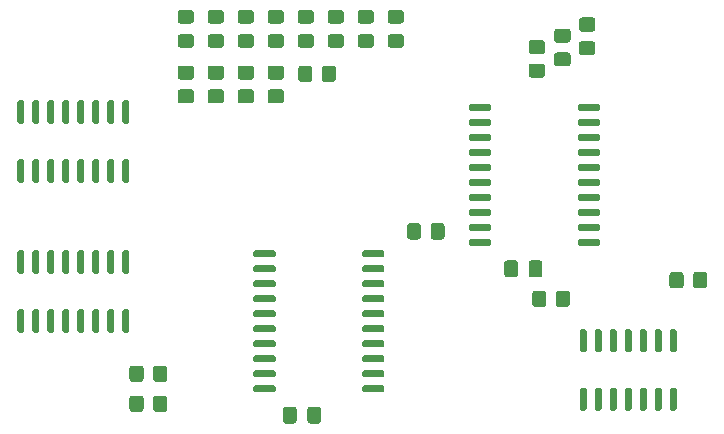
<source format=gbr>
%TF.GenerationSoftware,KiCad,Pcbnew,(5.1.8)-1*%
%TF.CreationDate,2025-01-07T13:33:42+03:00*%
%TF.ProjectId,Reg,5265672e-6b69-4636-9164-5f7063625858,rev?*%
%TF.SameCoordinates,Original*%
%TF.FileFunction,Paste,Top*%
%TF.FilePolarity,Positive*%
%FSLAX46Y46*%
G04 Gerber Fmt 4.6, Leading zero omitted, Abs format (unit mm)*
G04 Created by KiCad (PCBNEW (5.1.8)-1) date 2025-01-07 13:33:42*
%MOMM*%
%LPD*%
G01*
G04 APERTURE LIST*
G04 APERTURE END LIST*
%TO.C,R1*%
G36*
G01*
X98190000Y-33787501D02*
X98190000Y-32887499D01*
G75*
G02*
X98439999Y-32637500I249999J0D01*
G01*
X99140001Y-32637500D01*
G75*
G02*
X99390000Y-32887499I0J-249999D01*
G01*
X99390000Y-33787501D01*
G75*
G02*
X99140001Y-34037500I-249999J0D01*
G01*
X98439999Y-34037500D01*
G75*
G02*
X98190000Y-33787501I0J249999D01*
G01*
G37*
G36*
G01*
X96190000Y-33787501D02*
X96190000Y-32887499D01*
G75*
G02*
X96439999Y-32637500I249999J0D01*
G01*
X97140001Y-32637500D01*
G75*
G02*
X97390000Y-32887499I0J-249999D01*
G01*
X97390000Y-33787501D01*
G75*
G02*
X97140001Y-34037500I-249999J0D01*
G01*
X96439999Y-34037500D01*
G75*
G02*
X96190000Y-33787501I0J249999D01*
G01*
G37*
%TD*%
%TO.C,C4*%
G36*
G01*
X106495000Y-36987500D02*
X106495000Y-36037500D01*
G75*
G02*
X106745000Y-35787500I250000J0D01*
G01*
X107420000Y-35787500D01*
G75*
G02*
X107670000Y-36037500I0J-250000D01*
G01*
X107670000Y-36987500D01*
G75*
G02*
X107420000Y-37237500I-250000J0D01*
G01*
X106745000Y-37237500D01*
G75*
G02*
X106495000Y-36987500I0J250000D01*
G01*
G37*
G36*
G01*
X104420000Y-36987500D02*
X104420000Y-36037500D01*
G75*
G02*
X104670000Y-35787500I250000J0D01*
G01*
X105345000Y-35787500D01*
G75*
G02*
X105595000Y-36037500I0J-250000D01*
G01*
X105595000Y-36987500D01*
G75*
G02*
X105345000Y-37237500I-250000J0D01*
G01*
X104670000Y-37237500D01*
G75*
G02*
X104420000Y-36987500I0J250000D01*
G01*
G37*
%TD*%
%TO.C,U5*%
G36*
G01*
X103347500Y-34140000D02*
X103347500Y-34440000D01*
G75*
G02*
X103197500Y-34590000I-150000J0D01*
G01*
X101597500Y-34590000D01*
G75*
G02*
X101447500Y-34440000I0J150000D01*
G01*
X101447500Y-34140000D01*
G75*
G02*
X101597500Y-33990000I150000J0D01*
G01*
X103197500Y-33990000D01*
G75*
G02*
X103347500Y-34140000I0J-150000D01*
G01*
G37*
G36*
G01*
X103347500Y-32870000D02*
X103347500Y-33170000D01*
G75*
G02*
X103197500Y-33320000I-150000J0D01*
G01*
X101597500Y-33320000D01*
G75*
G02*
X101447500Y-33170000I0J150000D01*
G01*
X101447500Y-32870000D01*
G75*
G02*
X101597500Y-32720000I150000J0D01*
G01*
X103197500Y-32720000D01*
G75*
G02*
X103347500Y-32870000I0J-150000D01*
G01*
G37*
G36*
G01*
X103347500Y-31600000D02*
X103347500Y-31900000D01*
G75*
G02*
X103197500Y-32050000I-150000J0D01*
G01*
X101597500Y-32050000D01*
G75*
G02*
X101447500Y-31900000I0J150000D01*
G01*
X101447500Y-31600000D01*
G75*
G02*
X101597500Y-31450000I150000J0D01*
G01*
X103197500Y-31450000D01*
G75*
G02*
X103347500Y-31600000I0J-150000D01*
G01*
G37*
G36*
G01*
X103347500Y-30330000D02*
X103347500Y-30630000D01*
G75*
G02*
X103197500Y-30780000I-150000J0D01*
G01*
X101597500Y-30780000D01*
G75*
G02*
X101447500Y-30630000I0J150000D01*
G01*
X101447500Y-30330000D01*
G75*
G02*
X101597500Y-30180000I150000J0D01*
G01*
X103197500Y-30180000D01*
G75*
G02*
X103347500Y-30330000I0J-150000D01*
G01*
G37*
G36*
G01*
X103347500Y-29060000D02*
X103347500Y-29360000D01*
G75*
G02*
X103197500Y-29510000I-150000J0D01*
G01*
X101597500Y-29510000D01*
G75*
G02*
X101447500Y-29360000I0J150000D01*
G01*
X101447500Y-29060000D01*
G75*
G02*
X101597500Y-28910000I150000J0D01*
G01*
X103197500Y-28910000D01*
G75*
G02*
X103347500Y-29060000I0J-150000D01*
G01*
G37*
G36*
G01*
X103347500Y-27790000D02*
X103347500Y-28090000D01*
G75*
G02*
X103197500Y-28240000I-150000J0D01*
G01*
X101597500Y-28240000D01*
G75*
G02*
X101447500Y-28090000I0J150000D01*
G01*
X101447500Y-27790000D01*
G75*
G02*
X101597500Y-27640000I150000J0D01*
G01*
X103197500Y-27640000D01*
G75*
G02*
X103347500Y-27790000I0J-150000D01*
G01*
G37*
G36*
G01*
X103347500Y-26520000D02*
X103347500Y-26820000D01*
G75*
G02*
X103197500Y-26970000I-150000J0D01*
G01*
X101597500Y-26970000D01*
G75*
G02*
X101447500Y-26820000I0J150000D01*
G01*
X101447500Y-26520000D01*
G75*
G02*
X101597500Y-26370000I150000J0D01*
G01*
X103197500Y-26370000D01*
G75*
G02*
X103347500Y-26520000I0J-150000D01*
G01*
G37*
G36*
G01*
X103347500Y-25250000D02*
X103347500Y-25550000D01*
G75*
G02*
X103197500Y-25700000I-150000J0D01*
G01*
X101597500Y-25700000D01*
G75*
G02*
X101447500Y-25550000I0J150000D01*
G01*
X101447500Y-25250000D01*
G75*
G02*
X101597500Y-25100000I150000J0D01*
G01*
X103197500Y-25100000D01*
G75*
G02*
X103347500Y-25250000I0J-150000D01*
G01*
G37*
G36*
G01*
X103347500Y-23980000D02*
X103347500Y-24280000D01*
G75*
G02*
X103197500Y-24430000I-150000J0D01*
G01*
X101597500Y-24430000D01*
G75*
G02*
X101447500Y-24280000I0J150000D01*
G01*
X101447500Y-23980000D01*
G75*
G02*
X101597500Y-23830000I150000J0D01*
G01*
X103197500Y-23830000D01*
G75*
G02*
X103347500Y-23980000I0J-150000D01*
G01*
G37*
G36*
G01*
X103347500Y-22710000D02*
X103347500Y-23010000D01*
G75*
G02*
X103197500Y-23160000I-150000J0D01*
G01*
X101597500Y-23160000D01*
G75*
G02*
X101447500Y-23010000I0J150000D01*
G01*
X101447500Y-22710000D01*
G75*
G02*
X101597500Y-22560000I150000J0D01*
G01*
X103197500Y-22560000D01*
G75*
G02*
X103347500Y-22710000I0J-150000D01*
G01*
G37*
G36*
G01*
X112547500Y-22710000D02*
X112547500Y-23010000D01*
G75*
G02*
X112397500Y-23160000I-150000J0D01*
G01*
X110797500Y-23160000D01*
G75*
G02*
X110647500Y-23010000I0J150000D01*
G01*
X110647500Y-22710000D01*
G75*
G02*
X110797500Y-22560000I150000J0D01*
G01*
X112397500Y-22560000D01*
G75*
G02*
X112547500Y-22710000I0J-150000D01*
G01*
G37*
G36*
G01*
X112547500Y-23980000D02*
X112547500Y-24280000D01*
G75*
G02*
X112397500Y-24430000I-150000J0D01*
G01*
X110797500Y-24430000D01*
G75*
G02*
X110647500Y-24280000I0J150000D01*
G01*
X110647500Y-23980000D01*
G75*
G02*
X110797500Y-23830000I150000J0D01*
G01*
X112397500Y-23830000D01*
G75*
G02*
X112547500Y-23980000I0J-150000D01*
G01*
G37*
G36*
G01*
X112547500Y-25250000D02*
X112547500Y-25550000D01*
G75*
G02*
X112397500Y-25700000I-150000J0D01*
G01*
X110797500Y-25700000D01*
G75*
G02*
X110647500Y-25550000I0J150000D01*
G01*
X110647500Y-25250000D01*
G75*
G02*
X110797500Y-25100000I150000J0D01*
G01*
X112397500Y-25100000D01*
G75*
G02*
X112547500Y-25250000I0J-150000D01*
G01*
G37*
G36*
G01*
X112547500Y-26520000D02*
X112547500Y-26820000D01*
G75*
G02*
X112397500Y-26970000I-150000J0D01*
G01*
X110797500Y-26970000D01*
G75*
G02*
X110647500Y-26820000I0J150000D01*
G01*
X110647500Y-26520000D01*
G75*
G02*
X110797500Y-26370000I150000J0D01*
G01*
X112397500Y-26370000D01*
G75*
G02*
X112547500Y-26520000I0J-150000D01*
G01*
G37*
G36*
G01*
X112547500Y-27790000D02*
X112547500Y-28090000D01*
G75*
G02*
X112397500Y-28240000I-150000J0D01*
G01*
X110797500Y-28240000D01*
G75*
G02*
X110647500Y-28090000I0J150000D01*
G01*
X110647500Y-27790000D01*
G75*
G02*
X110797500Y-27640000I150000J0D01*
G01*
X112397500Y-27640000D01*
G75*
G02*
X112547500Y-27790000I0J-150000D01*
G01*
G37*
G36*
G01*
X112547500Y-29060000D02*
X112547500Y-29360000D01*
G75*
G02*
X112397500Y-29510000I-150000J0D01*
G01*
X110797500Y-29510000D01*
G75*
G02*
X110647500Y-29360000I0J150000D01*
G01*
X110647500Y-29060000D01*
G75*
G02*
X110797500Y-28910000I150000J0D01*
G01*
X112397500Y-28910000D01*
G75*
G02*
X112547500Y-29060000I0J-150000D01*
G01*
G37*
G36*
G01*
X112547500Y-30330000D02*
X112547500Y-30630000D01*
G75*
G02*
X112397500Y-30780000I-150000J0D01*
G01*
X110797500Y-30780000D01*
G75*
G02*
X110647500Y-30630000I0J150000D01*
G01*
X110647500Y-30330000D01*
G75*
G02*
X110797500Y-30180000I150000J0D01*
G01*
X112397500Y-30180000D01*
G75*
G02*
X112547500Y-30330000I0J-150000D01*
G01*
G37*
G36*
G01*
X112547500Y-31600000D02*
X112547500Y-31900000D01*
G75*
G02*
X112397500Y-32050000I-150000J0D01*
G01*
X110797500Y-32050000D01*
G75*
G02*
X110647500Y-31900000I0J150000D01*
G01*
X110647500Y-31600000D01*
G75*
G02*
X110797500Y-31450000I150000J0D01*
G01*
X112397500Y-31450000D01*
G75*
G02*
X112547500Y-31600000I0J-150000D01*
G01*
G37*
G36*
G01*
X112547500Y-32870000D02*
X112547500Y-33170000D01*
G75*
G02*
X112397500Y-33320000I-150000J0D01*
G01*
X110797500Y-33320000D01*
G75*
G02*
X110647500Y-33170000I0J150000D01*
G01*
X110647500Y-32870000D01*
G75*
G02*
X110797500Y-32720000I150000J0D01*
G01*
X112397500Y-32720000D01*
G75*
G02*
X112547500Y-32870000I0J-150000D01*
G01*
G37*
G36*
G01*
X112547500Y-34140000D02*
X112547500Y-34440000D01*
G75*
G02*
X112397500Y-34590000I-150000J0D01*
G01*
X110797500Y-34590000D01*
G75*
G02*
X110647500Y-34440000I0J150000D01*
G01*
X110647500Y-34140000D01*
G75*
G02*
X110797500Y-33990000I150000J0D01*
G01*
X112397500Y-33990000D01*
G75*
G02*
X112547500Y-34140000I0J-150000D01*
G01*
G37*
%TD*%
%TO.C,R13*%
G36*
G01*
X108794500Y-39502501D02*
X108794500Y-38602499D01*
G75*
G02*
X109044499Y-38352500I249999J0D01*
G01*
X109744501Y-38352500D01*
G75*
G02*
X109994500Y-38602499I0J-249999D01*
G01*
X109994500Y-39502501D01*
G75*
G02*
X109744501Y-39752500I-249999J0D01*
G01*
X109044499Y-39752500D01*
G75*
G02*
X108794500Y-39502501I0J249999D01*
G01*
G37*
G36*
G01*
X106794500Y-39502501D02*
X106794500Y-38602499D01*
G75*
G02*
X107044499Y-38352500I249999J0D01*
G01*
X107744501Y-38352500D01*
G75*
G02*
X107994500Y-38602499I0J-249999D01*
G01*
X107994500Y-39502501D01*
G75*
G02*
X107744501Y-39752500I-249999J0D01*
G01*
X107044499Y-39752500D01*
G75*
G02*
X106794500Y-39502501I0J249999D01*
G01*
G37*
%TD*%
%TO.C,R12*%
G36*
G01*
X119615000Y-37014999D02*
X119615000Y-37915001D01*
G75*
G02*
X119365001Y-38165000I-249999J0D01*
G01*
X118664999Y-38165000D01*
G75*
G02*
X118415000Y-37915001I0J249999D01*
G01*
X118415000Y-37014999D01*
G75*
G02*
X118664999Y-36765000I249999J0D01*
G01*
X119365001Y-36765000D01*
G75*
G02*
X119615000Y-37014999I0J-249999D01*
G01*
G37*
G36*
G01*
X121615000Y-37014999D02*
X121615000Y-37915001D01*
G75*
G02*
X121365001Y-38165000I-249999J0D01*
G01*
X120664999Y-38165000D01*
G75*
G02*
X120415000Y-37915001I0J249999D01*
G01*
X120415000Y-37014999D01*
G75*
G02*
X120664999Y-36765000I249999J0D01*
G01*
X121365001Y-36765000D01*
G75*
G02*
X121615000Y-37014999I0J-249999D01*
G01*
G37*
%TD*%
%TO.C,R11*%
G36*
G01*
X74695000Y-45852501D02*
X74695000Y-44952499D01*
G75*
G02*
X74944999Y-44702500I249999J0D01*
G01*
X75645001Y-44702500D01*
G75*
G02*
X75895000Y-44952499I0J-249999D01*
G01*
X75895000Y-45852501D01*
G75*
G02*
X75645001Y-46102500I-249999J0D01*
G01*
X74944999Y-46102500D01*
G75*
G02*
X74695000Y-45852501I0J249999D01*
G01*
G37*
G36*
G01*
X72695000Y-45852501D02*
X72695000Y-44952499D01*
G75*
G02*
X72944999Y-44702500I249999J0D01*
G01*
X73645001Y-44702500D01*
G75*
G02*
X73895000Y-44952499I0J-249999D01*
G01*
X73895000Y-45852501D01*
G75*
G02*
X73645001Y-46102500I-249999J0D01*
G01*
X72944999Y-46102500D01*
G75*
G02*
X72695000Y-45852501I0J249999D01*
G01*
G37*
%TD*%
%TO.C,R10*%
G36*
G01*
X74695000Y-48392501D02*
X74695000Y-47492499D01*
G75*
G02*
X74944999Y-47242500I249999J0D01*
G01*
X75645001Y-47242500D01*
G75*
G02*
X75895000Y-47492499I0J-249999D01*
G01*
X75895000Y-48392501D01*
G75*
G02*
X75645001Y-48642500I-249999J0D01*
G01*
X74944999Y-48642500D01*
G75*
G02*
X74695000Y-48392501I0J249999D01*
G01*
G37*
G36*
G01*
X72695000Y-48392501D02*
X72695000Y-47492499D01*
G75*
G02*
X72944999Y-47242500I249999J0D01*
G01*
X73645001Y-47242500D01*
G75*
G02*
X73895000Y-47492499I0J-249999D01*
G01*
X73895000Y-48392501D01*
G75*
G02*
X73645001Y-48642500I-249999J0D01*
G01*
X72944999Y-48642500D01*
G75*
G02*
X72695000Y-48392501I0J249999D01*
G01*
G37*
%TD*%
%TO.C,U4*%
G36*
G01*
X63650000Y-24217500D02*
X63350000Y-24217500D01*
G75*
G02*
X63200000Y-24067500I0J150000D01*
G01*
X63200000Y-22367500D01*
G75*
G02*
X63350000Y-22217500I150000J0D01*
G01*
X63650000Y-22217500D01*
G75*
G02*
X63800000Y-22367500I0J-150000D01*
G01*
X63800000Y-24067500D01*
G75*
G02*
X63650000Y-24217500I-150000J0D01*
G01*
G37*
G36*
G01*
X64920000Y-24217500D02*
X64620000Y-24217500D01*
G75*
G02*
X64470000Y-24067500I0J150000D01*
G01*
X64470000Y-22367500D01*
G75*
G02*
X64620000Y-22217500I150000J0D01*
G01*
X64920000Y-22217500D01*
G75*
G02*
X65070000Y-22367500I0J-150000D01*
G01*
X65070000Y-24067500D01*
G75*
G02*
X64920000Y-24217500I-150000J0D01*
G01*
G37*
G36*
G01*
X66190000Y-24217500D02*
X65890000Y-24217500D01*
G75*
G02*
X65740000Y-24067500I0J150000D01*
G01*
X65740000Y-22367500D01*
G75*
G02*
X65890000Y-22217500I150000J0D01*
G01*
X66190000Y-22217500D01*
G75*
G02*
X66340000Y-22367500I0J-150000D01*
G01*
X66340000Y-24067500D01*
G75*
G02*
X66190000Y-24217500I-150000J0D01*
G01*
G37*
G36*
G01*
X67460000Y-24217500D02*
X67160000Y-24217500D01*
G75*
G02*
X67010000Y-24067500I0J150000D01*
G01*
X67010000Y-22367500D01*
G75*
G02*
X67160000Y-22217500I150000J0D01*
G01*
X67460000Y-22217500D01*
G75*
G02*
X67610000Y-22367500I0J-150000D01*
G01*
X67610000Y-24067500D01*
G75*
G02*
X67460000Y-24217500I-150000J0D01*
G01*
G37*
G36*
G01*
X68730000Y-24217500D02*
X68430000Y-24217500D01*
G75*
G02*
X68280000Y-24067500I0J150000D01*
G01*
X68280000Y-22367500D01*
G75*
G02*
X68430000Y-22217500I150000J0D01*
G01*
X68730000Y-22217500D01*
G75*
G02*
X68880000Y-22367500I0J-150000D01*
G01*
X68880000Y-24067500D01*
G75*
G02*
X68730000Y-24217500I-150000J0D01*
G01*
G37*
G36*
G01*
X70000000Y-24217500D02*
X69700000Y-24217500D01*
G75*
G02*
X69550000Y-24067500I0J150000D01*
G01*
X69550000Y-22367500D01*
G75*
G02*
X69700000Y-22217500I150000J0D01*
G01*
X70000000Y-22217500D01*
G75*
G02*
X70150000Y-22367500I0J-150000D01*
G01*
X70150000Y-24067500D01*
G75*
G02*
X70000000Y-24217500I-150000J0D01*
G01*
G37*
G36*
G01*
X71270000Y-24217500D02*
X70970000Y-24217500D01*
G75*
G02*
X70820000Y-24067500I0J150000D01*
G01*
X70820000Y-22367500D01*
G75*
G02*
X70970000Y-22217500I150000J0D01*
G01*
X71270000Y-22217500D01*
G75*
G02*
X71420000Y-22367500I0J-150000D01*
G01*
X71420000Y-24067500D01*
G75*
G02*
X71270000Y-24217500I-150000J0D01*
G01*
G37*
G36*
G01*
X72540000Y-24217500D02*
X72240000Y-24217500D01*
G75*
G02*
X72090000Y-24067500I0J150000D01*
G01*
X72090000Y-22367500D01*
G75*
G02*
X72240000Y-22217500I150000J0D01*
G01*
X72540000Y-22217500D01*
G75*
G02*
X72690000Y-22367500I0J-150000D01*
G01*
X72690000Y-24067500D01*
G75*
G02*
X72540000Y-24217500I-150000J0D01*
G01*
G37*
G36*
G01*
X72540000Y-29217500D02*
X72240000Y-29217500D01*
G75*
G02*
X72090000Y-29067500I0J150000D01*
G01*
X72090000Y-27367500D01*
G75*
G02*
X72240000Y-27217500I150000J0D01*
G01*
X72540000Y-27217500D01*
G75*
G02*
X72690000Y-27367500I0J-150000D01*
G01*
X72690000Y-29067500D01*
G75*
G02*
X72540000Y-29217500I-150000J0D01*
G01*
G37*
G36*
G01*
X71270000Y-29217500D02*
X70970000Y-29217500D01*
G75*
G02*
X70820000Y-29067500I0J150000D01*
G01*
X70820000Y-27367500D01*
G75*
G02*
X70970000Y-27217500I150000J0D01*
G01*
X71270000Y-27217500D01*
G75*
G02*
X71420000Y-27367500I0J-150000D01*
G01*
X71420000Y-29067500D01*
G75*
G02*
X71270000Y-29217500I-150000J0D01*
G01*
G37*
G36*
G01*
X70000000Y-29217500D02*
X69700000Y-29217500D01*
G75*
G02*
X69550000Y-29067500I0J150000D01*
G01*
X69550000Y-27367500D01*
G75*
G02*
X69700000Y-27217500I150000J0D01*
G01*
X70000000Y-27217500D01*
G75*
G02*
X70150000Y-27367500I0J-150000D01*
G01*
X70150000Y-29067500D01*
G75*
G02*
X70000000Y-29217500I-150000J0D01*
G01*
G37*
G36*
G01*
X68730000Y-29217500D02*
X68430000Y-29217500D01*
G75*
G02*
X68280000Y-29067500I0J150000D01*
G01*
X68280000Y-27367500D01*
G75*
G02*
X68430000Y-27217500I150000J0D01*
G01*
X68730000Y-27217500D01*
G75*
G02*
X68880000Y-27367500I0J-150000D01*
G01*
X68880000Y-29067500D01*
G75*
G02*
X68730000Y-29217500I-150000J0D01*
G01*
G37*
G36*
G01*
X67460000Y-29217500D02*
X67160000Y-29217500D01*
G75*
G02*
X67010000Y-29067500I0J150000D01*
G01*
X67010000Y-27367500D01*
G75*
G02*
X67160000Y-27217500I150000J0D01*
G01*
X67460000Y-27217500D01*
G75*
G02*
X67610000Y-27367500I0J-150000D01*
G01*
X67610000Y-29067500D01*
G75*
G02*
X67460000Y-29217500I-150000J0D01*
G01*
G37*
G36*
G01*
X66190000Y-29217500D02*
X65890000Y-29217500D01*
G75*
G02*
X65740000Y-29067500I0J150000D01*
G01*
X65740000Y-27367500D01*
G75*
G02*
X65890000Y-27217500I150000J0D01*
G01*
X66190000Y-27217500D01*
G75*
G02*
X66340000Y-27367500I0J-150000D01*
G01*
X66340000Y-29067500D01*
G75*
G02*
X66190000Y-29217500I-150000J0D01*
G01*
G37*
G36*
G01*
X64920000Y-29217500D02*
X64620000Y-29217500D01*
G75*
G02*
X64470000Y-29067500I0J150000D01*
G01*
X64470000Y-27367500D01*
G75*
G02*
X64620000Y-27217500I150000J0D01*
G01*
X64920000Y-27217500D01*
G75*
G02*
X65070000Y-27367500I0J-150000D01*
G01*
X65070000Y-29067500D01*
G75*
G02*
X64920000Y-29217500I-150000J0D01*
G01*
G37*
G36*
G01*
X63650000Y-29217500D02*
X63350000Y-29217500D01*
G75*
G02*
X63200000Y-29067500I0J150000D01*
G01*
X63200000Y-27367500D01*
G75*
G02*
X63350000Y-27217500I150000J0D01*
G01*
X63650000Y-27217500D01*
G75*
G02*
X63800000Y-27367500I0J-150000D01*
G01*
X63800000Y-29067500D01*
G75*
G02*
X63650000Y-29217500I-150000J0D01*
G01*
G37*
%TD*%
%TO.C,U1*%
G36*
G01*
X63650000Y-36917500D02*
X63350000Y-36917500D01*
G75*
G02*
X63200000Y-36767500I0J150000D01*
G01*
X63200000Y-35067500D01*
G75*
G02*
X63350000Y-34917500I150000J0D01*
G01*
X63650000Y-34917500D01*
G75*
G02*
X63800000Y-35067500I0J-150000D01*
G01*
X63800000Y-36767500D01*
G75*
G02*
X63650000Y-36917500I-150000J0D01*
G01*
G37*
G36*
G01*
X64920000Y-36917500D02*
X64620000Y-36917500D01*
G75*
G02*
X64470000Y-36767500I0J150000D01*
G01*
X64470000Y-35067500D01*
G75*
G02*
X64620000Y-34917500I150000J0D01*
G01*
X64920000Y-34917500D01*
G75*
G02*
X65070000Y-35067500I0J-150000D01*
G01*
X65070000Y-36767500D01*
G75*
G02*
X64920000Y-36917500I-150000J0D01*
G01*
G37*
G36*
G01*
X66190000Y-36917500D02*
X65890000Y-36917500D01*
G75*
G02*
X65740000Y-36767500I0J150000D01*
G01*
X65740000Y-35067500D01*
G75*
G02*
X65890000Y-34917500I150000J0D01*
G01*
X66190000Y-34917500D01*
G75*
G02*
X66340000Y-35067500I0J-150000D01*
G01*
X66340000Y-36767500D01*
G75*
G02*
X66190000Y-36917500I-150000J0D01*
G01*
G37*
G36*
G01*
X67460000Y-36917500D02*
X67160000Y-36917500D01*
G75*
G02*
X67010000Y-36767500I0J150000D01*
G01*
X67010000Y-35067500D01*
G75*
G02*
X67160000Y-34917500I150000J0D01*
G01*
X67460000Y-34917500D01*
G75*
G02*
X67610000Y-35067500I0J-150000D01*
G01*
X67610000Y-36767500D01*
G75*
G02*
X67460000Y-36917500I-150000J0D01*
G01*
G37*
G36*
G01*
X68730000Y-36917500D02*
X68430000Y-36917500D01*
G75*
G02*
X68280000Y-36767500I0J150000D01*
G01*
X68280000Y-35067500D01*
G75*
G02*
X68430000Y-34917500I150000J0D01*
G01*
X68730000Y-34917500D01*
G75*
G02*
X68880000Y-35067500I0J-150000D01*
G01*
X68880000Y-36767500D01*
G75*
G02*
X68730000Y-36917500I-150000J0D01*
G01*
G37*
G36*
G01*
X70000000Y-36917500D02*
X69700000Y-36917500D01*
G75*
G02*
X69550000Y-36767500I0J150000D01*
G01*
X69550000Y-35067500D01*
G75*
G02*
X69700000Y-34917500I150000J0D01*
G01*
X70000000Y-34917500D01*
G75*
G02*
X70150000Y-35067500I0J-150000D01*
G01*
X70150000Y-36767500D01*
G75*
G02*
X70000000Y-36917500I-150000J0D01*
G01*
G37*
G36*
G01*
X71270000Y-36917500D02*
X70970000Y-36917500D01*
G75*
G02*
X70820000Y-36767500I0J150000D01*
G01*
X70820000Y-35067500D01*
G75*
G02*
X70970000Y-34917500I150000J0D01*
G01*
X71270000Y-34917500D01*
G75*
G02*
X71420000Y-35067500I0J-150000D01*
G01*
X71420000Y-36767500D01*
G75*
G02*
X71270000Y-36917500I-150000J0D01*
G01*
G37*
G36*
G01*
X72540000Y-36917500D02*
X72240000Y-36917500D01*
G75*
G02*
X72090000Y-36767500I0J150000D01*
G01*
X72090000Y-35067500D01*
G75*
G02*
X72240000Y-34917500I150000J0D01*
G01*
X72540000Y-34917500D01*
G75*
G02*
X72690000Y-35067500I0J-150000D01*
G01*
X72690000Y-36767500D01*
G75*
G02*
X72540000Y-36917500I-150000J0D01*
G01*
G37*
G36*
G01*
X72540000Y-41917500D02*
X72240000Y-41917500D01*
G75*
G02*
X72090000Y-41767500I0J150000D01*
G01*
X72090000Y-40067500D01*
G75*
G02*
X72240000Y-39917500I150000J0D01*
G01*
X72540000Y-39917500D01*
G75*
G02*
X72690000Y-40067500I0J-150000D01*
G01*
X72690000Y-41767500D01*
G75*
G02*
X72540000Y-41917500I-150000J0D01*
G01*
G37*
G36*
G01*
X71270000Y-41917500D02*
X70970000Y-41917500D01*
G75*
G02*
X70820000Y-41767500I0J150000D01*
G01*
X70820000Y-40067500D01*
G75*
G02*
X70970000Y-39917500I150000J0D01*
G01*
X71270000Y-39917500D01*
G75*
G02*
X71420000Y-40067500I0J-150000D01*
G01*
X71420000Y-41767500D01*
G75*
G02*
X71270000Y-41917500I-150000J0D01*
G01*
G37*
G36*
G01*
X70000000Y-41917500D02*
X69700000Y-41917500D01*
G75*
G02*
X69550000Y-41767500I0J150000D01*
G01*
X69550000Y-40067500D01*
G75*
G02*
X69700000Y-39917500I150000J0D01*
G01*
X70000000Y-39917500D01*
G75*
G02*
X70150000Y-40067500I0J-150000D01*
G01*
X70150000Y-41767500D01*
G75*
G02*
X70000000Y-41917500I-150000J0D01*
G01*
G37*
G36*
G01*
X68730000Y-41917500D02*
X68430000Y-41917500D01*
G75*
G02*
X68280000Y-41767500I0J150000D01*
G01*
X68280000Y-40067500D01*
G75*
G02*
X68430000Y-39917500I150000J0D01*
G01*
X68730000Y-39917500D01*
G75*
G02*
X68880000Y-40067500I0J-150000D01*
G01*
X68880000Y-41767500D01*
G75*
G02*
X68730000Y-41917500I-150000J0D01*
G01*
G37*
G36*
G01*
X67460000Y-41917500D02*
X67160000Y-41917500D01*
G75*
G02*
X67010000Y-41767500I0J150000D01*
G01*
X67010000Y-40067500D01*
G75*
G02*
X67160000Y-39917500I150000J0D01*
G01*
X67460000Y-39917500D01*
G75*
G02*
X67610000Y-40067500I0J-150000D01*
G01*
X67610000Y-41767500D01*
G75*
G02*
X67460000Y-41917500I-150000J0D01*
G01*
G37*
G36*
G01*
X66190000Y-41917500D02*
X65890000Y-41917500D01*
G75*
G02*
X65740000Y-41767500I0J150000D01*
G01*
X65740000Y-40067500D01*
G75*
G02*
X65890000Y-39917500I150000J0D01*
G01*
X66190000Y-39917500D01*
G75*
G02*
X66340000Y-40067500I0J-150000D01*
G01*
X66340000Y-41767500D01*
G75*
G02*
X66190000Y-41917500I-150000J0D01*
G01*
G37*
G36*
G01*
X64920000Y-41917500D02*
X64620000Y-41917500D01*
G75*
G02*
X64470000Y-41767500I0J150000D01*
G01*
X64470000Y-40067500D01*
G75*
G02*
X64620000Y-39917500I150000J0D01*
G01*
X64920000Y-39917500D01*
G75*
G02*
X65070000Y-40067500I0J-150000D01*
G01*
X65070000Y-41767500D01*
G75*
G02*
X64920000Y-41917500I-150000J0D01*
G01*
G37*
G36*
G01*
X63650000Y-41917500D02*
X63350000Y-41917500D01*
G75*
G02*
X63200000Y-41767500I0J150000D01*
G01*
X63200000Y-40067500D01*
G75*
G02*
X63350000Y-39917500I150000J0D01*
G01*
X63650000Y-39917500D01*
G75*
G02*
X63800000Y-40067500I0J-150000D01*
G01*
X63800000Y-41767500D01*
G75*
G02*
X63650000Y-41917500I-150000J0D01*
G01*
G37*
%TD*%
%TO.C,C2*%
G36*
G01*
X86862500Y-48420000D02*
X86862500Y-49370000D01*
G75*
G02*
X86612500Y-49620000I-250000J0D01*
G01*
X85937500Y-49620000D01*
G75*
G02*
X85687500Y-49370000I0J250000D01*
G01*
X85687500Y-48420000D01*
G75*
G02*
X85937500Y-48170000I250000J0D01*
G01*
X86612500Y-48170000D01*
G75*
G02*
X86862500Y-48420000I0J-250000D01*
G01*
G37*
G36*
G01*
X88937500Y-48420000D02*
X88937500Y-49370000D01*
G75*
G02*
X88687500Y-49620000I-250000J0D01*
G01*
X88012500Y-49620000D01*
G75*
G02*
X87762500Y-49370000I0J250000D01*
G01*
X87762500Y-48420000D01*
G75*
G02*
X88012500Y-48170000I250000J0D01*
G01*
X88687500Y-48170000D01*
G75*
G02*
X88937500Y-48420000I0J-250000D01*
G01*
G37*
%TD*%
%TO.C,R9*%
G36*
G01*
X111892501Y-16427500D02*
X110992499Y-16427500D01*
G75*
G02*
X110742500Y-16177501I0J249999D01*
G01*
X110742500Y-15477499D01*
G75*
G02*
X110992499Y-15227500I249999J0D01*
G01*
X111892501Y-15227500D01*
G75*
G02*
X112142500Y-15477499I0J-249999D01*
G01*
X112142500Y-16177501D01*
G75*
G02*
X111892501Y-16427500I-249999J0D01*
G01*
G37*
G36*
G01*
X111892501Y-18427500D02*
X110992499Y-18427500D01*
G75*
G02*
X110742500Y-18177501I0J249999D01*
G01*
X110742500Y-17477499D01*
G75*
G02*
X110992499Y-17227500I249999J0D01*
G01*
X111892501Y-17227500D01*
G75*
G02*
X112142500Y-17477499I0J-249999D01*
G01*
X112142500Y-18177501D01*
G75*
G02*
X111892501Y-18427500I-249999J0D01*
G01*
G37*
%TD*%
%TO.C,R8*%
G36*
G01*
X109797001Y-17380000D02*
X108896999Y-17380000D01*
G75*
G02*
X108647000Y-17130001I0J249999D01*
G01*
X108647000Y-16429999D01*
G75*
G02*
X108896999Y-16180000I249999J0D01*
G01*
X109797001Y-16180000D01*
G75*
G02*
X110047000Y-16429999I0J-249999D01*
G01*
X110047000Y-17130001D01*
G75*
G02*
X109797001Y-17380000I-249999J0D01*
G01*
G37*
G36*
G01*
X109797001Y-19380000D02*
X108896999Y-19380000D01*
G75*
G02*
X108647000Y-19130001I0J249999D01*
G01*
X108647000Y-18429999D01*
G75*
G02*
X108896999Y-18180000I249999J0D01*
G01*
X109797001Y-18180000D01*
G75*
G02*
X110047000Y-18429999I0J-249999D01*
G01*
X110047000Y-19130001D01*
G75*
G02*
X109797001Y-19380000I-249999J0D01*
G01*
G37*
%TD*%
%TO.C,R7*%
G36*
G01*
X107638001Y-18332500D02*
X106737999Y-18332500D01*
G75*
G02*
X106488000Y-18082501I0J249999D01*
G01*
X106488000Y-17382499D01*
G75*
G02*
X106737999Y-17132500I249999J0D01*
G01*
X107638001Y-17132500D01*
G75*
G02*
X107888000Y-17382499I0J-249999D01*
G01*
X107888000Y-18082501D01*
G75*
G02*
X107638001Y-18332500I-249999J0D01*
G01*
G37*
G36*
G01*
X107638001Y-20332500D02*
X106737999Y-20332500D01*
G75*
G02*
X106488000Y-20082501I0J249999D01*
G01*
X106488000Y-19382499D01*
G75*
G02*
X106737999Y-19132500I249999J0D01*
G01*
X107638001Y-19132500D01*
G75*
G02*
X107888000Y-19382499I0J-249999D01*
G01*
X107888000Y-20082501D01*
G75*
G02*
X107638001Y-20332500I-249999J0D01*
G01*
G37*
%TD*%
%TO.C,R6*%
G36*
G01*
X88182500Y-19552499D02*
X88182500Y-20452501D01*
G75*
G02*
X87932501Y-20702500I-249999J0D01*
G01*
X87232499Y-20702500D01*
G75*
G02*
X86982500Y-20452501I0J249999D01*
G01*
X86982500Y-19552499D01*
G75*
G02*
X87232499Y-19302500I249999J0D01*
G01*
X87932501Y-19302500D01*
G75*
G02*
X88182500Y-19552499I0J-249999D01*
G01*
G37*
G36*
G01*
X90182500Y-19552499D02*
X90182500Y-20452501D01*
G75*
G02*
X89932501Y-20702500I-249999J0D01*
G01*
X89232499Y-20702500D01*
G75*
G02*
X88982500Y-20452501I0J249999D01*
G01*
X88982500Y-19552499D01*
G75*
G02*
X89232499Y-19302500I249999J0D01*
G01*
X89932501Y-19302500D01*
G75*
G02*
X90182500Y-19552499I0J-249999D01*
G01*
G37*
%TD*%
%TO.C,R5*%
G36*
G01*
X85540001Y-20507500D02*
X84639999Y-20507500D01*
G75*
G02*
X84390000Y-20257501I0J249999D01*
G01*
X84390000Y-19557499D01*
G75*
G02*
X84639999Y-19307500I249999J0D01*
G01*
X85540001Y-19307500D01*
G75*
G02*
X85790000Y-19557499I0J-249999D01*
G01*
X85790000Y-20257501D01*
G75*
G02*
X85540001Y-20507500I-249999J0D01*
G01*
G37*
G36*
G01*
X85540001Y-22507500D02*
X84639999Y-22507500D01*
G75*
G02*
X84390000Y-22257501I0J249999D01*
G01*
X84390000Y-21557499D01*
G75*
G02*
X84639999Y-21307500I249999J0D01*
G01*
X85540001Y-21307500D01*
G75*
G02*
X85790000Y-21557499I0J-249999D01*
G01*
X85790000Y-22257501D01*
G75*
G02*
X85540001Y-22507500I-249999J0D01*
G01*
G37*
%TD*%
%TO.C,R4*%
G36*
G01*
X83000001Y-20507500D02*
X82099999Y-20507500D01*
G75*
G02*
X81850000Y-20257501I0J249999D01*
G01*
X81850000Y-19557499D01*
G75*
G02*
X82099999Y-19307500I249999J0D01*
G01*
X83000001Y-19307500D01*
G75*
G02*
X83250000Y-19557499I0J-249999D01*
G01*
X83250000Y-20257501D01*
G75*
G02*
X83000001Y-20507500I-249999J0D01*
G01*
G37*
G36*
G01*
X83000001Y-22507500D02*
X82099999Y-22507500D01*
G75*
G02*
X81850000Y-22257501I0J249999D01*
G01*
X81850000Y-21557499D01*
G75*
G02*
X82099999Y-21307500I249999J0D01*
G01*
X83000001Y-21307500D01*
G75*
G02*
X83250000Y-21557499I0J-249999D01*
G01*
X83250000Y-22257501D01*
G75*
G02*
X83000001Y-22507500I-249999J0D01*
G01*
G37*
%TD*%
%TO.C,R3*%
G36*
G01*
X80460001Y-20507500D02*
X79559999Y-20507500D01*
G75*
G02*
X79310000Y-20257501I0J249999D01*
G01*
X79310000Y-19557499D01*
G75*
G02*
X79559999Y-19307500I249999J0D01*
G01*
X80460001Y-19307500D01*
G75*
G02*
X80710000Y-19557499I0J-249999D01*
G01*
X80710000Y-20257501D01*
G75*
G02*
X80460001Y-20507500I-249999J0D01*
G01*
G37*
G36*
G01*
X80460001Y-22507500D02*
X79559999Y-22507500D01*
G75*
G02*
X79310000Y-22257501I0J249999D01*
G01*
X79310000Y-21557499D01*
G75*
G02*
X79559999Y-21307500I249999J0D01*
G01*
X80460001Y-21307500D01*
G75*
G02*
X80710000Y-21557499I0J-249999D01*
G01*
X80710000Y-22257501D01*
G75*
G02*
X80460001Y-22507500I-249999J0D01*
G01*
G37*
%TD*%
%TO.C,R2*%
G36*
G01*
X77920001Y-20507500D02*
X77019999Y-20507500D01*
G75*
G02*
X76770000Y-20257501I0J249999D01*
G01*
X76770000Y-19557499D01*
G75*
G02*
X77019999Y-19307500I249999J0D01*
G01*
X77920001Y-19307500D01*
G75*
G02*
X78170000Y-19557499I0J-249999D01*
G01*
X78170000Y-20257501D01*
G75*
G02*
X77920001Y-20507500I-249999J0D01*
G01*
G37*
G36*
G01*
X77920001Y-22507500D02*
X77019999Y-22507500D01*
G75*
G02*
X76770000Y-22257501I0J249999D01*
G01*
X76770000Y-21557499D01*
G75*
G02*
X77019999Y-21307500I249999J0D01*
G01*
X77920001Y-21307500D01*
G75*
G02*
X78170000Y-21557499I0J-249999D01*
G01*
X78170000Y-22257501D01*
G75*
G02*
X77920001Y-22507500I-249999J0D01*
G01*
G37*
%TD*%
%TO.C,D8*%
G36*
G01*
X94799999Y-16642500D02*
X95700001Y-16642500D01*
G75*
G02*
X95950000Y-16892499I0J-249999D01*
G01*
X95950000Y-17542501D01*
G75*
G02*
X95700001Y-17792500I-249999J0D01*
G01*
X94799999Y-17792500D01*
G75*
G02*
X94550000Y-17542501I0J249999D01*
G01*
X94550000Y-16892499D01*
G75*
G02*
X94799999Y-16642500I249999J0D01*
G01*
G37*
G36*
G01*
X94799999Y-14592500D02*
X95700001Y-14592500D01*
G75*
G02*
X95950000Y-14842499I0J-249999D01*
G01*
X95950000Y-15492501D01*
G75*
G02*
X95700001Y-15742500I-249999J0D01*
G01*
X94799999Y-15742500D01*
G75*
G02*
X94550000Y-15492501I0J249999D01*
G01*
X94550000Y-14842499D01*
G75*
G02*
X94799999Y-14592500I249999J0D01*
G01*
G37*
%TD*%
%TO.C,D7*%
G36*
G01*
X92259999Y-16642500D02*
X93160001Y-16642500D01*
G75*
G02*
X93410000Y-16892499I0J-249999D01*
G01*
X93410000Y-17542501D01*
G75*
G02*
X93160001Y-17792500I-249999J0D01*
G01*
X92259999Y-17792500D01*
G75*
G02*
X92010000Y-17542501I0J249999D01*
G01*
X92010000Y-16892499D01*
G75*
G02*
X92259999Y-16642500I249999J0D01*
G01*
G37*
G36*
G01*
X92259999Y-14592500D02*
X93160001Y-14592500D01*
G75*
G02*
X93410000Y-14842499I0J-249999D01*
G01*
X93410000Y-15492501D01*
G75*
G02*
X93160001Y-15742500I-249999J0D01*
G01*
X92259999Y-15742500D01*
G75*
G02*
X92010000Y-15492501I0J249999D01*
G01*
X92010000Y-14842499D01*
G75*
G02*
X92259999Y-14592500I249999J0D01*
G01*
G37*
%TD*%
%TO.C,D6*%
G36*
G01*
X89719999Y-16642500D02*
X90620001Y-16642500D01*
G75*
G02*
X90870000Y-16892499I0J-249999D01*
G01*
X90870000Y-17542501D01*
G75*
G02*
X90620001Y-17792500I-249999J0D01*
G01*
X89719999Y-17792500D01*
G75*
G02*
X89470000Y-17542501I0J249999D01*
G01*
X89470000Y-16892499D01*
G75*
G02*
X89719999Y-16642500I249999J0D01*
G01*
G37*
G36*
G01*
X89719999Y-14592500D02*
X90620001Y-14592500D01*
G75*
G02*
X90870000Y-14842499I0J-249999D01*
G01*
X90870000Y-15492501D01*
G75*
G02*
X90620001Y-15742500I-249999J0D01*
G01*
X89719999Y-15742500D01*
G75*
G02*
X89470000Y-15492501I0J249999D01*
G01*
X89470000Y-14842499D01*
G75*
G02*
X89719999Y-14592500I249999J0D01*
G01*
G37*
%TD*%
%TO.C,D5*%
G36*
G01*
X87179999Y-16642500D02*
X88080001Y-16642500D01*
G75*
G02*
X88330000Y-16892499I0J-249999D01*
G01*
X88330000Y-17542501D01*
G75*
G02*
X88080001Y-17792500I-249999J0D01*
G01*
X87179999Y-17792500D01*
G75*
G02*
X86930000Y-17542501I0J249999D01*
G01*
X86930000Y-16892499D01*
G75*
G02*
X87179999Y-16642500I249999J0D01*
G01*
G37*
G36*
G01*
X87179999Y-14592500D02*
X88080001Y-14592500D01*
G75*
G02*
X88330000Y-14842499I0J-249999D01*
G01*
X88330000Y-15492501D01*
G75*
G02*
X88080001Y-15742500I-249999J0D01*
G01*
X87179999Y-15742500D01*
G75*
G02*
X86930000Y-15492501I0J249999D01*
G01*
X86930000Y-14842499D01*
G75*
G02*
X87179999Y-14592500I249999J0D01*
G01*
G37*
%TD*%
%TO.C,D4*%
G36*
G01*
X84639999Y-16642500D02*
X85540001Y-16642500D01*
G75*
G02*
X85790000Y-16892499I0J-249999D01*
G01*
X85790000Y-17542501D01*
G75*
G02*
X85540001Y-17792500I-249999J0D01*
G01*
X84639999Y-17792500D01*
G75*
G02*
X84390000Y-17542501I0J249999D01*
G01*
X84390000Y-16892499D01*
G75*
G02*
X84639999Y-16642500I249999J0D01*
G01*
G37*
G36*
G01*
X84639999Y-14592500D02*
X85540001Y-14592500D01*
G75*
G02*
X85790000Y-14842499I0J-249999D01*
G01*
X85790000Y-15492501D01*
G75*
G02*
X85540001Y-15742500I-249999J0D01*
G01*
X84639999Y-15742500D01*
G75*
G02*
X84390000Y-15492501I0J249999D01*
G01*
X84390000Y-14842499D01*
G75*
G02*
X84639999Y-14592500I249999J0D01*
G01*
G37*
%TD*%
%TO.C,D3*%
G36*
G01*
X82099999Y-16642500D02*
X83000001Y-16642500D01*
G75*
G02*
X83250000Y-16892499I0J-249999D01*
G01*
X83250000Y-17542501D01*
G75*
G02*
X83000001Y-17792500I-249999J0D01*
G01*
X82099999Y-17792500D01*
G75*
G02*
X81850000Y-17542501I0J249999D01*
G01*
X81850000Y-16892499D01*
G75*
G02*
X82099999Y-16642500I249999J0D01*
G01*
G37*
G36*
G01*
X82099999Y-14592500D02*
X83000001Y-14592500D01*
G75*
G02*
X83250000Y-14842499I0J-249999D01*
G01*
X83250000Y-15492501D01*
G75*
G02*
X83000001Y-15742500I-249999J0D01*
G01*
X82099999Y-15742500D01*
G75*
G02*
X81850000Y-15492501I0J249999D01*
G01*
X81850000Y-14842499D01*
G75*
G02*
X82099999Y-14592500I249999J0D01*
G01*
G37*
%TD*%
%TO.C,D2*%
G36*
G01*
X79559999Y-16642500D02*
X80460001Y-16642500D01*
G75*
G02*
X80710000Y-16892499I0J-249999D01*
G01*
X80710000Y-17542501D01*
G75*
G02*
X80460001Y-17792500I-249999J0D01*
G01*
X79559999Y-17792500D01*
G75*
G02*
X79310000Y-17542501I0J249999D01*
G01*
X79310000Y-16892499D01*
G75*
G02*
X79559999Y-16642500I249999J0D01*
G01*
G37*
G36*
G01*
X79559999Y-14592500D02*
X80460001Y-14592500D01*
G75*
G02*
X80710000Y-14842499I0J-249999D01*
G01*
X80710000Y-15492501D01*
G75*
G02*
X80460001Y-15742500I-249999J0D01*
G01*
X79559999Y-15742500D01*
G75*
G02*
X79310000Y-15492501I0J249999D01*
G01*
X79310000Y-14842499D01*
G75*
G02*
X79559999Y-14592500I249999J0D01*
G01*
G37*
%TD*%
%TO.C,D1*%
G36*
G01*
X77019999Y-16642500D02*
X77920001Y-16642500D01*
G75*
G02*
X78170000Y-16892499I0J-249999D01*
G01*
X78170000Y-17542501D01*
G75*
G02*
X77920001Y-17792500I-249999J0D01*
G01*
X77019999Y-17792500D01*
G75*
G02*
X76770000Y-17542501I0J249999D01*
G01*
X76770000Y-16892499D01*
G75*
G02*
X77019999Y-16642500I249999J0D01*
G01*
G37*
G36*
G01*
X77019999Y-14592500D02*
X77920001Y-14592500D01*
G75*
G02*
X78170000Y-14842499I0J-249999D01*
G01*
X78170000Y-15492501D01*
G75*
G02*
X77920001Y-15742500I-249999J0D01*
G01*
X77019999Y-15742500D01*
G75*
G02*
X76770000Y-15492501I0J249999D01*
G01*
X76770000Y-14842499D01*
G75*
G02*
X77019999Y-14592500I249999J0D01*
G01*
G37*
%TD*%
%TO.C,U3*%
G36*
G01*
X111275000Y-48535000D02*
X110975000Y-48535000D01*
G75*
G02*
X110825000Y-48385000I0J150000D01*
G01*
X110825000Y-46735000D01*
G75*
G02*
X110975000Y-46585000I150000J0D01*
G01*
X111275000Y-46585000D01*
G75*
G02*
X111425000Y-46735000I0J-150000D01*
G01*
X111425000Y-48385000D01*
G75*
G02*
X111275000Y-48535000I-150000J0D01*
G01*
G37*
G36*
G01*
X112545000Y-48535000D02*
X112245000Y-48535000D01*
G75*
G02*
X112095000Y-48385000I0J150000D01*
G01*
X112095000Y-46735000D01*
G75*
G02*
X112245000Y-46585000I150000J0D01*
G01*
X112545000Y-46585000D01*
G75*
G02*
X112695000Y-46735000I0J-150000D01*
G01*
X112695000Y-48385000D01*
G75*
G02*
X112545000Y-48535000I-150000J0D01*
G01*
G37*
G36*
G01*
X113815000Y-48535000D02*
X113515000Y-48535000D01*
G75*
G02*
X113365000Y-48385000I0J150000D01*
G01*
X113365000Y-46735000D01*
G75*
G02*
X113515000Y-46585000I150000J0D01*
G01*
X113815000Y-46585000D01*
G75*
G02*
X113965000Y-46735000I0J-150000D01*
G01*
X113965000Y-48385000D01*
G75*
G02*
X113815000Y-48535000I-150000J0D01*
G01*
G37*
G36*
G01*
X115085000Y-48535000D02*
X114785000Y-48535000D01*
G75*
G02*
X114635000Y-48385000I0J150000D01*
G01*
X114635000Y-46735000D01*
G75*
G02*
X114785000Y-46585000I150000J0D01*
G01*
X115085000Y-46585000D01*
G75*
G02*
X115235000Y-46735000I0J-150000D01*
G01*
X115235000Y-48385000D01*
G75*
G02*
X115085000Y-48535000I-150000J0D01*
G01*
G37*
G36*
G01*
X116355000Y-48535000D02*
X116055000Y-48535000D01*
G75*
G02*
X115905000Y-48385000I0J150000D01*
G01*
X115905000Y-46735000D01*
G75*
G02*
X116055000Y-46585000I150000J0D01*
G01*
X116355000Y-46585000D01*
G75*
G02*
X116505000Y-46735000I0J-150000D01*
G01*
X116505000Y-48385000D01*
G75*
G02*
X116355000Y-48535000I-150000J0D01*
G01*
G37*
G36*
G01*
X117625000Y-48535000D02*
X117325000Y-48535000D01*
G75*
G02*
X117175000Y-48385000I0J150000D01*
G01*
X117175000Y-46735000D01*
G75*
G02*
X117325000Y-46585000I150000J0D01*
G01*
X117625000Y-46585000D01*
G75*
G02*
X117775000Y-46735000I0J-150000D01*
G01*
X117775000Y-48385000D01*
G75*
G02*
X117625000Y-48535000I-150000J0D01*
G01*
G37*
G36*
G01*
X118895000Y-48535000D02*
X118595000Y-48535000D01*
G75*
G02*
X118445000Y-48385000I0J150000D01*
G01*
X118445000Y-46735000D01*
G75*
G02*
X118595000Y-46585000I150000J0D01*
G01*
X118895000Y-46585000D01*
G75*
G02*
X119045000Y-46735000I0J-150000D01*
G01*
X119045000Y-48385000D01*
G75*
G02*
X118895000Y-48535000I-150000J0D01*
G01*
G37*
G36*
G01*
X118895000Y-43585000D02*
X118595000Y-43585000D01*
G75*
G02*
X118445000Y-43435000I0J150000D01*
G01*
X118445000Y-41785000D01*
G75*
G02*
X118595000Y-41635000I150000J0D01*
G01*
X118895000Y-41635000D01*
G75*
G02*
X119045000Y-41785000I0J-150000D01*
G01*
X119045000Y-43435000D01*
G75*
G02*
X118895000Y-43585000I-150000J0D01*
G01*
G37*
G36*
G01*
X117625000Y-43585000D02*
X117325000Y-43585000D01*
G75*
G02*
X117175000Y-43435000I0J150000D01*
G01*
X117175000Y-41785000D01*
G75*
G02*
X117325000Y-41635000I150000J0D01*
G01*
X117625000Y-41635000D01*
G75*
G02*
X117775000Y-41785000I0J-150000D01*
G01*
X117775000Y-43435000D01*
G75*
G02*
X117625000Y-43585000I-150000J0D01*
G01*
G37*
G36*
G01*
X116355000Y-43585000D02*
X116055000Y-43585000D01*
G75*
G02*
X115905000Y-43435000I0J150000D01*
G01*
X115905000Y-41785000D01*
G75*
G02*
X116055000Y-41635000I150000J0D01*
G01*
X116355000Y-41635000D01*
G75*
G02*
X116505000Y-41785000I0J-150000D01*
G01*
X116505000Y-43435000D01*
G75*
G02*
X116355000Y-43585000I-150000J0D01*
G01*
G37*
G36*
G01*
X115085000Y-43585000D02*
X114785000Y-43585000D01*
G75*
G02*
X114635000Y-43435000I0J150000D01*
G01*
X114635000Y-41785000D01*
G75*
G02*
X114785000Y-41635000I150000J0D01*
G01*
X115085000Y-41635000D01*
G75*
G02*
X115235000Y-41785000I0J-150000D01*
G01*
X115235000Y-43435000D01*
G75*
G02*
X115085000Y-43585000I-150000J0D01*
G01*
G37*
G36*
G01*
X113815000Y-43585000D02*
X113515000Y-43585000D01*
G75*
G02*
X113365000Y-43435000I0J150000D01*
G01*
X113365000Y-41785000D01*
G75*
G02*
X113515000Y-41635000I150000J0D01*
G01*
X113815000Y-41635000D01*
G75*
G02*
X113965000Y-41785000I0J-150000D01*
G01*
X113965000Y-43435000D01*
G75*
G02*
X113815000Y-43585000I-150000J0D01*
G01*
G37*
G36*
G01*
X112545000Y-43585000D02*
X112245000Y-43585000D01*
G75*
G02*
X112095000Y-43435000I0J150000D01*
G01*
X112095000Y-41785000D01*
G75*
G02*
X112245000Y-41635000I150000J0D01*
G01*
X112545000Y-41635000D01*
G75*
G02*
X112695000Y-41785000I0J-150000D01*
G01*
X112695000Y-43435000D01*
G75*
G02*
X112545000Y-43585000I-150000J0D01*
G01*
G37*
G36*
G01*
X111275000Y-43585000D02*
X110975000Y-43585000D01*
G75*
G02*
X110825000Y-43435000I0J150000D01*
G01*
X110825000Y-41785000D01*
G75*
G02*
X110975000Y-41635000I150000J0D01*
G01*
X111275000Y-41635000D01*
G75*
G02*
X111425000Y-41785000I0J-150000D01*
G01*
X111425000Y-43435000D01*
G75*
G02*
X111275000Y-43585000I-150000J0D01*
G01*
G37*
%TD*%
%TO.C,U2*%
G36*
G01*
X83187500Y-35392500D02*
X83187500Y-35092500D01*
G75*
G02*
X83337500Y-34942500I150000J0D01*
G01*
X84937500Y-34942500D01*
G75*
G02*
X85087500Y-35092500I0J-150000D01*
G01*
X85087500Y-35392500D01*
G75*
G02*
X84937500Y-35542500I-150000J0D01*
G01*
X83337500Y-35542500D01*
G75*
G02*
X83187500Y-35392500I0J150000D01*
G01*
G37*
G36*
G01*
X83187500Y-36662500D02*
X83187500Y-36362500D01*
G75*
G02*
X83337500Y-36212500I150000J0D01*
G01*
X84937500Y-36212500D01*
G75*
G02*
X85087500Y-36362500I0J-150000D01*
G01*
X85087500Y-36662500D01*
G75*
G02*
X84937500Y-36812500I-150000J0D01*
G01*
X83337500Y-36812500D01*
G75*
G02*
X83187500Y-36662500I0J150000D01*
G01*
G37*
G36*
G01*
X83187500Y-37932500D02*
X83187500Y-37632500D01*
G75*
G02*
X83337500Y-37482500I150000J0D01*
G01*
X84937500Y-37482500D01*
G75*
G02*
X85087500Y-37632500I0J-150000D01*
G01*
X85087500Y-37932500D01*
G75*
G02*
X84937500Y-38082500I-150000J0D01*
G01*
X83337500Y-38082500D01*
G75*
G02*
X83187500Y-37932500I0J150000D01*
G01*
G37*
G36*
G01*
X83187500Y-39202500D02*
X83187500Y-38902500D01*
G75*
G02*
X83337500Y-38752500I150000J0D01*
G01*
X84937500Y-38752500D01*
G75*
G02*
X85087500Y-38902500I0J-150000D01*
G01*
X85087500Y-39202500D01*
G75*
G02*
X84937500Y-39352500I-150000J0D01*
G01*
X83337500Y-39352500D01*
G75*
G02*
X83187500Y-39202500I0J150000D01*
G01*
G37*
G36*
G01*
X83187500Y-40472500D02*
X83187500Y-40172500D01*
G75*
G02*
X83337500Y-40022500I150000J0D01*
G01*
X84937500Y-40022500D01*
G75*
G02*
X85087500Y-40172500I0J-150000D01*
G01*
X85087500Y-40472500D01*
G75*
G02*
X84937500Y-40622500I-150000J0D01*
G01*
X83337500Y-40622500D01*
G75*
G02*
X83187500Y-40472500I0J150000D01*
G01*
G37*
G36*
G01*
X83187500Y-41742500D02*
X83187500Y-41442500D01*
G75*
G02*
X83337500Y-41292500I150000J0D01*
G01*
X84937500Y-41292500D01*
G75*
G02*
X85087500Y-41442500I0J-150000D01*
G01*
X85087500Y-41742500D01*
G75*
G02*
X84937500Y-41892500I-150000J0D01*
G01*
X83337500Y-41892500D01*
G75*
G02*
X83187500Y-41742500I0J150000D01*
G01*
G37*
G36*
G01*
X83187500Y-43012500D02*
X83187500Y-42712500D01*
G75*
G02*
X83337500Y-42562500I150000J0D01*
G01*
X84937500Y-42562500D01*
G75*
G02*
X85087500Y-42712500I0J-150000D01*
G01*
X85087500Y-43012500D01*
G75*
G02*
X84937500Y-43162500I-150000J0D01*
G01*
X83337500Y-43162500D01*
G75*
G02*
X83187500Y-43012500I0J150000D01*
G01*
G37*
G36*
G01*
X83187500Y-44282500D02*
X83187500Y-43982500D01*
G75*
G02*
X83337500Y-43832500I150000J0D01*
G01*
X84937500Y-43832500D01*
G75*
G02*
X85087500Y-43982500I0J-150000D01*
G01*
X85087500Y-44282500D01*
G75*
G02*
X84937500Y-44432500I-150000J0D01*
G01*
X83337500Y-44432500D01*
G75*
G02*
X83187500Y-44282500I0J150000D01*
G01*
G37*
G36*
G01*
X83187500Y-45552500D02*
X83187500Y-45252500D01*
G75*
G02*
X83337500Y-45102500I150000J0D01*
G01*
X84937500Y-45102500D01*
G75*
G02*
X85087500Y-45252500I0J-150000D01*
G01*
X85087500Y-45552500D01*
G75*
G02*
X84937500Y-45702500I-150000J0D01*
G01*
X83337500Y-45702500D01*
G75*
G02*
X83187500Y-45552500I0J150000D01*
G01*
G37*
G36*
G01*
X83187500Y-46822500D02*
X83187500Y-46522500D01*
G75*
G02*
X83337500Y-46372500I150000J0D01*
G01*
X84937500Y-46372500D01*
G75*
G02*
X85087500Y-46522500I0J-150000D01*
G01*
X85087500Y-46822500D01*
G75*
G02*
X84937500Y-46972500I-150000J0D01*
G01*
X83337500Y-46972500D01*
G75*
G02*
X83187500Y-46822500I0J150000D01*
G01*
G37*
G36*
G01*
X92387500Y-46822500D02*
X92387500Y-46522500D01*
G75*
G02*
X92537500Y-46372500I150000J0D01*
G01*
X94137500Y-46372500D01*
G75*
G02*
X94287500Y-46522500I0J-150000D01*
G01*
X94287500Y-46822500D01*
G75*
G02*
X94137500Y-46972500I-150000J0D01*
G01*
X92537500Y-46972500D01*
G75*
G02*
X92387500Y-46822500I0J150000D01*
G01*
G37*
G36*
G01*
X92387500Y-45552500D02*
X92387500Y-45252500D01*
G75*
G02*
X92537500Y-45102500I150000J0D01*
G01*
X94137500Y-45102500D01*
G75*
G02*
X94287500Y-45252500I0J-150000D01*
G01*
X94287500Y-45552500D01*
G75*
G02*
X94137500Y-45702500I-150000J0D01*
G01*
X92537500Y-45702500D01*
G75*
G02*
X92387500Y-45552500I0J150000D01*
G01*
G37*
G36*
G01*
X92387500Y-44282500D02*
X92387500Y-43982500D01*
G75*
G02*
X92537500Y-43832500I150000J0D01*
G01*
X94137500Y-43832500D01*
G75*
G02*
X94287500Y-43982500I0J-150000D01*
G01*
X94287500Y-44282500D01*
G75*
G02*
X94137500Y-44432500I-150000J0D01*
G01*
X92537500Y-44432500D01*
G75*
G02*
X92387500Y-44282500I0J150000D01*
G01*
G37*
G36*
G01*
X92387500Y-43012500D02*
X92387500Y-42712500D01*
G75*
G02*
X92537500Y-42562500I150000J0D01*
G01*
X94137500Y-42562500D01*
G75*
G02*
X94287500Y-42712500I0J-150000D01*
G01*
X94287500Y-43012500D01*
G75*
G02*
X94137500Y-43162500I-150000J0D01*
G01*
X92537500Y-43162500D01*
G75*
G02*
X92387500Y-43012500I0J150000D01*
G01*
G37*
G36*
G01*
X92387500Y-41742500D02*
X92387500Y-41442500D01*
G75*
G02*
X92537500Y-41292500I150000J0D01*
G01*
X94137500Y-41292500D01*
G75*
G02*
X94287500Y-41442500I0J-150000D01*
G01*
X94287500Y-41742500D01*
G75*
G02*
X94137500Y-41892500I-150000J0D01*
G01*
X92537500Y-41892500D01*
G75*
G02*
X92387500Y-41742500I0J150000D01*
G01*
G37*
G36*
G01*
X92387500Y-40472500D02*
X92387500Y-40172500D01*
G75*
G02*
X92537500Y-40022500I150000J0D01*
G01*
X94137500Y-40022500D01*
G75*
G02*
X94287500Y-40172500I0J-150000D01*
G01*
X94287500Y-40472500D01*
G75*
G02*
X94137500Y-40622500I-150000J0D01*
G01*
X92537500Y-40622500D01*
G75*
G02*
X92387500Y-40472500I0J150000D01*
G01*
G37*
G36*
G01*
X92387500Y-39202500D02*
X92387500Y-38902500D01*
G75*
G02*
X92537500Y-38752500I150000J0D01*
G01*
X94137500Y-38752500D01*
G75*
G02*
X94287500Y-38902500I0J-150000D01*
G01*
X94287500Y-39202500D01*
G75*
G02*
X94137500Y-39352500I-150000J0D01*
G01*
X92537500Y-39352500D01*
G75*
G02*
X92387500Y-39202500I0J150000D01*
G01*
G37*
G36*
G01*
X92387500Y-37932500D02*
X92387500Y-37632500D01*
G75*
G02*
X92537500Y-37482500I150000J0D01*
G01*
X94137500Y-37482500D01*
G75*
G02*
X94287500Y-37632500I0J-150000D01*
G01*
X94287500Y-37932500D01*
G75*
G02*
X94137500Y-38082500I-150000J0D01*
G01*
X92537500Y-38082500D01*
G75*
G02*
X92387500Y-37932500I0J150000D01*
G01*
G37*
G36*
G01*
X92387500Y-36662500D02*
X92387500Y-36362500D01*
G75*
G02*
X92537500Y-36212500I150000J0D01*
G01*
X94137500Y-36212500D01*
G75*
G02*
X94287500Y-36362500I0J-150000D01*
G01*
X94287500Y-36662500D01*
G75*
G02*
X94137500Y-36812500I-150000J0D01*
G01*
X92537500Y-36812500D01*
G75*
G02*
X92387500Y-36662500I0J150000D01*
G01*
G37*
G36*
G01*
X92387500Y-35392500D02*
X92387500Y-35092500D01*
G75*
G02*
X92537500Y-34942500I150000J0D01*
G01*
X94137500Y-34942500D01*
G75*
G02*
X94287500Y-35092500I0J-150000D01*
G01*
X94287500Y-35392500D01*
G75*
G02*
X94137500Y-35542500I-150000J0D01*
G01*
X92537500Y-35542500D01*
G75*
G02*
X92387500Y-35392500I0J150000D01*
G01*
G37*
%TD*%
M02*

</source>
